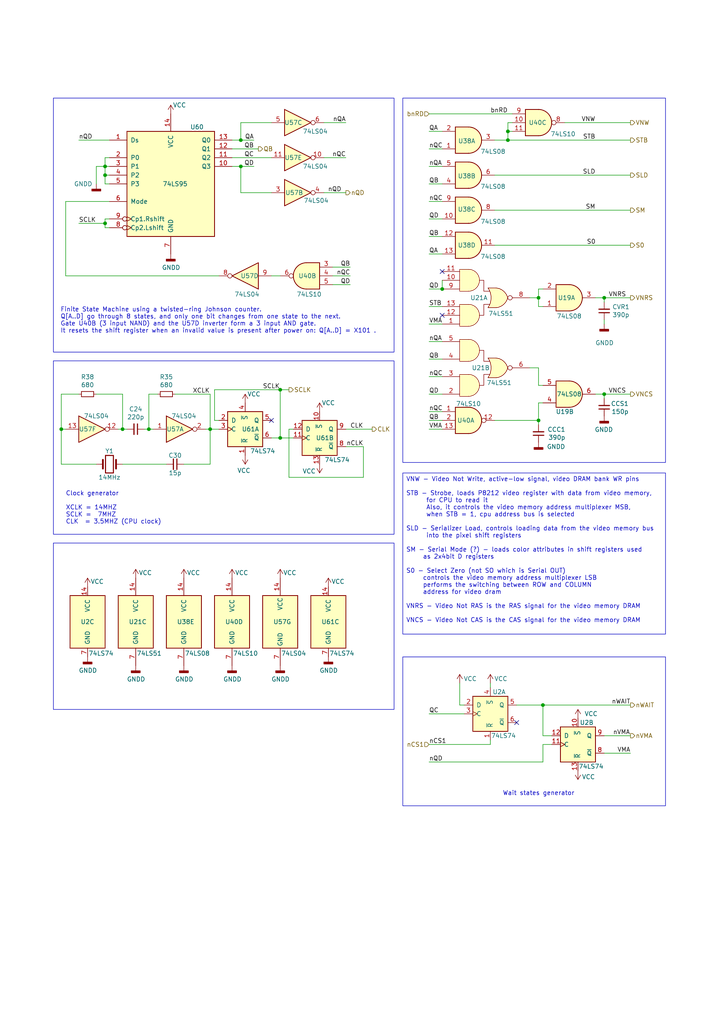
<source format=kicad_sch>
(kicad_sch (version 20230121) (generator eeschema)
  (paper "A4" portrait)
  (lib_symbols
    (symbol "74xx:74LS04"
      (property "Reference" "U" (at 0 1.27 0))
      (property "Value" "74LS04" (at 0 -1.27 0))
      (symbol "74LS04_1_0"
        (polyline (pts (xy -3.81 3.81) (xy -3.81 -3.81) (xy 3.81 0) (xy -3.81 3.81)) (stroke (width 0.254)) (fill (type background)))
        (pin input line (at -7.62 0 0) (length 3.81) (name "~") (number "1"))
        (pin output inverted (at 7.62 0 180) (length 3.81) (name "~") (number "2"))
      )
      (symbol "74LS04_2_0"
        (polyline (pts (xy -3.81 3.81) (xy -3.81 -3.81) (xy 3.81 0) (xy -3.81 3.81)) (stroke (width 0.254)) (fill (type background)))
        (pin input line (at -7.62 0 0) (length 3.81) (name "~") (number "3"))
        (pin output inverted (at 7.62 0 180) (length 3.81) (name "~") (number "4"))
      )
      (symbol "74LS04_3_0"
        (polyline (pts (xy -3.81 3.81) (xy -3.81 -3.81) (xy 3.81 0) (xy -3.81 3.81)) (stroke (width 0.254)) (fill (type background)))
        (pin input line (at -7.62 0 0) (length 3.81) (name "~") (number "5"))
        (pin output inverted (at 7.62 0 180) (length 3.81) (name "~") (number "6"))
      )
      (symbol "74LS04_4_0"
        (polyline (pts (xy -3.81 3.81) (xy -3.81 -3.81) (xy 3.81 0) (xy -3.81 3.81)) (stroke (width 0.254)) (fill (type background)))
        (pin output inverted (at 7.62 0 180) (length 3.81) (name "~") (number "8"))
        (pin input line (at -7.62 0 0) (length 3.81) (name "~") (number "9"))
      )
      (symbol "74LS04_5_0"
        (polyline (pts (xy -3.81 3.81) (xy -3.81 -3.81) (xy 3.81 0) (xy -3.81 3.81)) (stroke (width 0.254)) (fill (type background)))
        (pin output inverted (at 7.62 0 180) (length 3.81) (name "~") (number "10"))
        (pin input line (at -7.62 0 0) (length 3.81) (name "~") (number "11"))
      )
      (symbol "74LS04_6_0"
        (polyline (pts (xy -3.81 3.81) (xy -3.81 -3.81) (xy 3.81 0) (xy -3.81 3.81)) (stroke (width 0.254)) (fill (type background)))
        (pin output inverted (at 7.62 0 180) (length 3.81) (name "~") (number "12"))
        (pin input line (at -7.62 0 0) (length 3.81) (name "~") (number "13"))
      )
      (symbol "74LS04_7_0"
        (pin power_in line (at 0 12.7 270) (length 5.08) (name "VCC") (number "14"))
        (pin power_in line (at 0 -12.7 90) (length 5.08) (name "GND") (number "7"))
      )
      (symbol "74LS04_7_1"
        (rectangle (start -5.08 7.62) (end 5.08 -7.62) (stroke (width 0.254)) (fill (type background)))
      )
    )
    (symbol "74xx:74LS08" (pin_names (offset 1.016))
      (property "Reference" "U" (at 0 1.27 0))
      (property "Value" "74LS08" (at 0 -1.27 0))
      (symbol "74LS08_1_1"
        (arc (start 0 -3.81) (mid 3.7934 0) (end 0 3.81) (stroke (width 0.254)) (fill (type background)))
        (polyline (pts (xy 0 3.81) (xy -3.81 3.81) (xy -3.81 -3.81) (xy 0 -3.81)) (stroke (width 0.254)) (fill (type background)))
        (pin input line (at -7.62 2.54 0) (length 3.81) (name "~") (number "1"))
        (pin input line (at -7.62 -2.54 0) (length 3.81) (name "~") (number "2"))
        (pin output line (at 7.62 0 180) (length 3.81) (name "~") (number "3"))
      )
      (symbol "74LS08_1_2"
        (arc (start -3.81 -3.81) (mid -2.589 0) (end -3.81 3.81) (stroke (width 0.254)))
        (arc (start -0.6096 -3.81) (mid 2.1842 -2.5851) (end 3.81 0) (stroke (width 0.254)) (fill (type background)))
        (polyline (pts (xy -3.81 -3.81) (xy -0.635 -3.81)) (stroke (width 0.254)) (fill (type background)))
        (polyline (pts (xy -3.81 3.81) (xy -0.635 3.81)) (stroke (width 0.254)) (fill (type background)))
        (polyline (pts (xy -0.635 3.81) (xy -3.81 3.81) (xy -3.81 3.81) (xy -3.556 3.4036) (xy -3.0226 2.2606) (xy -2.6924 1.0414) (xy -2.6162 -0.254) (xy -2.7686 -1.4986) (xy -3.175 -2.7178) (xy -3.81 -3.81) (xy -3.81 -3.81) (xy -0.635 -3.81)) (stroke (width -25.4)) (fill (type background)))
        (arc (start 3.81 0) (mid 2.1915 2.5936) (end -0.6096 3.81) (stroke (width 0.254)) (fill (type background)))
        (pin input inverted (at -7.62 2.54 0) (length 4.318) (name "~") (number "1"))
        (pin input inverted (at -7.62 -2.54 0) (length 4.318) (name "~") (number "2"))
        (pin output inverted (at 7.62 0 180) (length 3.81) (name "~") (number "3"))
      )
      (symbol "74LS08_2_1"
        (arc (start 0 -3.81) (mid 3.7934 0) (end 0 3.81) (stroke (width 0.254)) (fill (type background)))
        (polyline (pts (xy 0 3.81) (xy -3.81 3.81) (xy -3.81 -3.81) (xy 0 -3.81)) (stroke (width 0.254)) (fill (type background)))
        (pin input line (at -7.62 2.54 0) (length 3.81) (name "~") (number "4"))
        (pin input line (at -7.62 -2.54 0) (length 3.81) (name "~") (number "5"))
        (pin output line (at 7.62 0 180) (length 3.81) (name "~") (number "6"))
      )
      (symbol "74LS08_2_2"
        (arc (start -3.81 -3.81) (mid -2.589 0) (end -3.81 3.81) (stroke (width 0.254)))
        (arc (start -0.6096 -3.81) (mid 2.1842 -2.5851) (end 3.81 0) (stroke (width 0.254)) (fill (type background)))
        (polyline (pts (xy -3.81 -3.81) (xy -0.635 -3.81)) (stroke (width 0.254)) (fill (type background)))
        (polyline (pts (xy -3.81 3.81) (xy -0.635 3.81)) (stroke (width 0.254)) (fill (type background)))
        (polyline (pts (xy -0.635 3.81) (xy -3.81 3.81) (xy -3.81 3.81) (xy -3.556 3.4036) (xy -3.0226 2.2606) (xy -2.6924 1.0414) (xy -2.6162 -0.254) (xy -2.7686 -1.4986) (xy -3.175 -2.7178) (xy -3.81 -3.81) (xy -3.81 -3.81) (xy -0.635 -3.81)) (stroke (width -25.4)) (fill (type background)))
        (arc (start 3.81 0) (mid 2.1915 2.5936) (end -0.6096 3.81) (stroke (width 0.254)) (fill (type background)))
        (pin input inverted (at -7.62 2.54 0) (length 4.318) (name "~") (number "4"))
        (pin input inverted (at -7.62 -2.54 0) (length 4.318) (name "~") (number "5"))
        (pin output inverted (at 7.62 0 180) (length 3.81) (name "~") (number "6"))
      )
      (symbol "74LS08_3_1"
        (arc (start 0 -3.81) (mid 3.7934 0) (end 0 3.81) (stroke (width 0.254)) (fill (type background)))
        (polyline (pts (xy 0 3.81) (xy -3.81 3.81) (xy -3.81 -3.81) (xy 0 -3.81)) (stroke (width 0.254)) (fill (type background)))
        (pin input line (at -7.62 -2.54 0) (length 3.81) (name "~") (number "10"))
        (pin output line (at 7.62 0 180) (length 3.81) (name "~") (number "8"))
        (pin input line (at -7.62 2.54 0) (length 3.81) (name "~") (number "9"))
      )
      (symbol "74LS08_3_2"
        (arc (start -3.81 -3.81) (mid -2.589 0) (end -3.81 3.81) (stroke (width 0.254)))
        (arc (start -0.6096 -3.81) (mid 2.1842 -2.5851) (end 3.81 0) (stroke (width 0.254)) (fill (type background)))
        (polyline (pts (xy -3.81 -3.81) (xy -0.635 -3.81)) (stroke (width 0.254)) (fill (type background)))
        (polyline (pts (xy -3.81 3.81) (xy -0.635 3.81)) (stroke (width 0.254)) (fill (type background)))
        (polyline (pts (xy -0.635 3.81) (xy -3.81 3.81) (xy -3.81 3.81) (xy -3.556 3.4036) (xy -3.0226 2.2606) (xy -2.6924 1.0414) (xy -2.6162 -0.254) (xy -2.7686 -1.4986) (xy -3.175 -2.7178) (xy -3.81 -3.81) (xy -3.81 -3.81) (xy -0.635 -3.81)) (stroke (width -25.4)) (fill (type background)))
        (arc (start 3.81 0) (mid 2.1915 2.5936) (end -0.6096 3.81) (stroke (width 0.254)) (fill (type background)))
        (pin input inverted (at -7.62 -2.54 0) (length 4.318) (name "~") (number "10"))
        (pin output inverted (at 7.62 0 180) (length 3.81) (name "~") (number "8"))
        (pin input inverted (at -7.62 2.54 0) (length 4.318) (name "~") (number "9"))
      )
      (symbol "74LS08_4_1"
        (arc (start 0 -3.81) (mid 3.7934 0) (end 0 3.81) (stroke (width 0.254)) (fill (type background)))
        (polyline (pts (xy 0 3.81) (xy -3.81 3.81) (xy -3.81 -3.81) (xy 0 -3.81)) (stroke (width 0.254)) (fill (type background)))
        (pin output line (at 7.62 0 180) (length 3.81) (name "~") (number "11"))
        (pin input line (at -7.62 2.54 0) (length 3.81) (name "~") (number "12"))
        (pin input line (at -7.62 -2.54 0) (length 3.81) (name "~") (number "13"))
      )
      (symbol "74LS08_4_2"
        (arc (start -3.81 -3.81) (mid -2.589 0) (end -3.81 3.81) (stroke (width 0.254)))
        (arc (start -0.6096 -3.81) (mid 2.1842 -2.5851) (end 3.81 0) (stroke (width 0.254)) (fill (type background)))
        (polyline (pts (xy -3.81 -3.81) (xy -0.635 -3.81)) (stroke (width 0.254)) (fill (type background)))
        (polyline (pts (xy -3.81 3.81) (xy -0.635 3.81)) (stroke (width 0.254)) (fill (type background)))
        (polyline (pts (xy -0.635 3.81) (xy -3.81 3.81) (xy -3.81 3.81) (xy -3.556 3.4036) (xy -3.0226 2.2606) (xy -2.6924 1.0414) (xy -2.6162 -0.254) (xy -2.7686 -1.4986) (xy -3.175 -2.7178) (xy -3.81 -3.81) (xy -3.81 -3.81) (xy -0.635 -3.81)) (stroke (width -25.4)) (fill (type background)))
        (arc (start 3.81 0) (mid 2.1915 2.5936) (end -0.6096 3.81) (stroke (width 0.254)) (fill (type background)))
        (pin output inverted (at 7.62 0 180) (length 3.81) (name "~") (number "11"))
        (pin input inverted (at -7.62 2.54 0) (length 4.318) (name "~") (number "12"))
        (pin input inverted (at -7.62 -2.54 0) (length 4.318) (name "~") (number "13"))
      )
      (symbol "74LS08_5_0"
        (pin power_in line (at 0 12.7 270) (length 5.08) (name "VCC") (number "14"))
        (pin power_in line (at 0 -12.7 90) (length 5.08) (name "GND") (number "7"))
      )
      (symbol "74LS08_5_1"
        (rectangle (start -5.08 7.62) (end 5.08 -7.62) (stroke (width 0.254)) (fill (type background)))
      )
    )
    (symbol "74xx:74LS10" (pin_names (offset 1.016))
      (property "Reference" "U" (at 0 1.27 0))
      (property "Value" "74LS10" (at 0 -1.27 0))
      (symbol "74LS10_1_1"
        (arc (start 0 -3.81) (mid 3.7934 0) (end 0 3.81) (stroke (width 0.254)) (fill (type background)))
        (polyline (pts (xy 0 3.81) (xy -3.81 3.81) (xy -3.81 -3.81) (xy 0 -3.81)) (stroke (width 0.254)) (fill (type background)))
        (pin input line (at -7.62 2.54 0) (length 3.81) (name "~") (number "1"))
        (pin output inverted (at 7.62 0 180) (length 3.81) (name "~") (number "12"))
        (pin input line (at -7.62 -2.54 0) (length 3.81) (name "~") (number "13"))
        (pin input line (at -7.62 0 0) (length 3.81) (name "~") (number "2"))
      )
      (symbol "74LS10_1_2"
        (arc (start -3.81 -3.81) (mid -2.589 0) (end -3.81 3.81) (stroke (width 0.254)))
        (arc (start -0.6096 -3.81) (mid 2.1842 -2.5851) (end 3.81 0) (stroke (width 0.254)) (fill (type background)))
        (polyline (pts (xy -3.81 -3.81) (xy -0.635 -3.81)) (stroke (width 0.254)) (fill (type background)))
        (polyline (pts (xy -3.81 3.81) (xy -0.635 3.81)) (stroke (width 0.254)) (fill (type background)))
        (polyline (pts (xy -0.635 3.81) (xy -3.81 3.81) (xy -3.81 3.81) (xy -3.556 3.4036) (xy -3.0226 2.2606) (xy -2.6924 1.0414) (xy -2.6162 -0.254) (xy -2.7686 -1.4986) (xy -3.175 -2.7178) (xy -3.81 -3.81) (xy -3.81 -3.81) (xy -0.635 -3.81)) (stroke (width -25.4)) (fill (type background)))
        (arc (start 3.81 0) (mid 2.1915 2.5936) (end -0.6096 3.81) (stroke (width 0.254)) (fill (type background)))
        (pin input inverted (at -7.62 2.54 0) (length 4.318) (name "~") (number "1"))
        (pin output line (at 7.62 0 180) (length 3.81) (name "~") (number "12"))
        (pin input inverted (at -7.62 -2.54 0) (length 4.318) (name "~") (number "13"))
        (pin input inverted (at -7.62 0 0) (length 4.953) (name "~") (number "2"))
      )
      (symbol "74LS10_2_1"
        (arc (start 0 -3.81) (mid 3.7934 0) (end 0 3.81) (stroke (width 0.254)) (fill (type background)))
        (polyline (pts (xy 0 3.81) (xy -3.81 3.81) (xy -3.81 -3.81) (xy 0 -3.81)) (stroke (width 0.254)) (fill (type background)))
        (pin input line (at -7.62 2.54 0) (length 3.81) (name "~") (number "3"))
        (pin input line (at -7.62 0 0) (length 3.81) (name "~") (number "4"))
        (pin input line (at -7.62 -2.54 0) (length 3.81) (name "~") (number "5"))
        (pin output inverted (at 7.62 0 180) (length 3.81) (name "~") (number "6"))
      )
      (symbol "74LS10_2_2"
        (arc (start -3.81 -3.81) (mid -2.589 0) (end -3.81 3.81) (stroke (width 0.254)))
        (arc (start -0.6096 -3.81) (mid 2.1842 -2.5851) (end 3.81 0) (stroke (width 0.254)) (fill (type background)))
        (polyline (pts (xy -3.81 -3.81) (xy -0.635 -3.81)) (stroke (width 0.254)) (fill (type background)))
        (polyline (pts (xy -3.81 3.81) (xy -0.635 3.81)) (stroke (width 0.254)) (fill (type background)))
        (polyline (pts (xy -0.635 3.81) (xy -3.81 3.81) (xy -3.81 3.81) (xy -3.556 3.4036) (xy -3.0226 2.2606) (xy -2.6924 1.0414) (xy -2.6162 -0.254) (xy -2.7686 -1.4986) (xy -3.175 -2.7178) (xy -3.81 -3.81) (xy -3.81 -3.81) (xy -0.635 -3.81)) (stroke (width -25.4)) (fill (type background)))
        (arc (start 3.81 0) (mid 2.1915 2.5936) (end -0.6096 3.81) (stroke (width 0.254)) (fill (type background)))
        (pin input inverted (at -7.62 2.54 0) (length 4.318) (name "~") (number "3"))
        (pin input inverted (at -7.62 0 0) (length 4.953) (name "~") (number "4"))
        (pin input inverted (at -7.62 -2.54 0) (length 4.318) (name "~") (number "5"))
        (pin output line (at 7.62 0 180) (length 3.81) (name "~") (number "6"))
      )
      (symbol "74LS10_3_1"
        (arc (start 0 -3.81) (mid 3.7934 0) (end 0 3.81) (stroke (width 0.254)) (fill (type background)))
        (polyline (pts (xy 0 3.81) (xy -3.81 3.81) (xy -3.81 -3.81) (xy 0 -3.81)) (stroke (width 0.254)) (fill (type background)))
        (pin input line (at -7.62 0 0) (length 3.81) (name "~") (number "10"))
        (pin input line (at -7.62 -2.54 0) (length 3.81) (name "~") (number "11"))
        (pin output inverted (at 7.62 0 180) (length 3.81) (name "~") (number "8"))
        (pin input line (at -7.62 2.54 0) (length 3.81) (name "~") (number "9"))
      )
      (symbol "74LS10_3_2"
        (arc (start -3.81 -3.81) (mid -2.589 0) (end -3.81 3.81) (stroke (width 0.254)))
        (arc (start -0.6096 -3.81) (mid 2.1842 -2.5851) (end 3.81 0) (stroke (width 0.254)) (fill (type background)))
        (polyline (pts (xy -3.81 -3.81) (xy -0.635 -3.81)) (stroke (width 0.254)) (fill (type background)))
        (polyline (pts (xy -3.81 3.81) (xy -0.635 3.81)) (stroke (width 0.254)) (fill (type background)))
        (polyline (pts (xy -0.635 3.81) (xy -3.81 3.81) (xy -3.81 3.81) (xy -3.556 3.4036) (xy -3.0226 2.2606) (xy -2.6924 1.0414) (xy -2.6162 -0.254) (xy -2.7686 -1.4986) (xy -3.175 -2.7178) (xy -3.81 -3.81) (xy -3.81 -3.81) (xy -0.635 -3.81)) (stroke (width -25.4)) (fill (type background)))
        (arc (start 3.81 0) (mid 2.1915 2.5936) (end -0.6096 3.81) (stroke (width 0.254)) (fill (type background)))
        (pin input inverted (at -7.62 0 0) (length 4.953) (name "~") (number "10"))
        (pin input inverted (at -7.62 -2.54 0) (length 4.318) (name "~") (number "11"))
        (pin output line (at 7.62 0 180) (length 3.81) (name "~") (number "8"))
        (pin input inverted (at -7.62 2.54 0) (length 4.318) (name "~") (number "9"))
      )
      (symbol "74LS10_4_0"
        (pin power_in line (at 0 12.7 270) (length 5.08) (name "VCC") (number "14"))
        (pin power_in line (at 0 -12.7 90) (length 5.08) (name "GND") (number "7"))
      )
      (symbol "74LS10_4_1"
        (rectangle (start -5.08 7.62) (end 5.08 -7.62) (stroke (width 0.254)) (fill (type background)))
      )
    )
    (symbol "74xx:74LS51" (pin_names (offset 1.016))
      (property "Reference" "U" (at -7.62 10.16 0))
      (property "Value" "74LS51" (at -7.62 -10.16 0))
      (symbol "74LS51_1_0"
        (arc (start -5.08 -8.255) (mid -1.9188 -5.08) (end -5.08 -1.905) (fill (type background)))
        (arc (start -5.08 1.905) (mid -1.9188 5.08) (end -5.08 8.255) (fill (type background)))
        (polyline (pts (xy -5.08 -1.905) (xy -7.62 -1.905) (xy -7.62 -8.255) (xy -5.08 -8.255)) (fill (type background)))
        (polyline (pts (xy -5.08 1.905) (xy -7.62 1.905) (xy -7.62 8.255) (xy -5.08 8.255)) (fill (type background)))
        (polyline (pts (xy -1.905 -5.08) (xy -0.635 -5.08) (xy -0.635 -1.905) (xy 1.016 -1.905)))
        (polyline (pts (xy -1.905 5.08) (xy -0.635 5.08) (xy -0.635 1.905) (xy 1.016 1.905)))
        (polyline (pts (xy 2.9718 2.8702) (xy 0.5842 2.8702) (xy 0.5842 2.8448) (xy 0.635 2.7432) (xy 0.7112 2.6416) (xy 0.762 2.54) (xy 0.8382 2.4384) (xy 0.889 2.3114) (xy 0.9652 2.2098) (xy 1.016 2.0828) (xy 1.0668 1.9812) (xy 1.1176 1.8542) (xy 1.1684 1.7526) (xy 1.2192 1.6256) (xy 1.2446 1.4986) (xy 1.2954 1.3716) (xy 1.3208 1.27) (xy 1.3462 1.143) (xy 1.3716 1.016) (xy 1.397 0.889) (xy 1.4224 0.762) (xy 1.4478 0.635) (xy 1.4478 0.508) (xy 1.4732 0.381) (xy 1.4732 0.254) (xy 1.4732 0.127) (xy 1.4732 0) (xy 1.4732 -0.127) (xy 1.4732 -0.254) (xy 1.4732 -0.381) (xy 1.4732 -0.508) (xy 1.4478 -0.635) (xy 1.4224 -0.762) (xy 1.397 -0.889) (xy 1.397 -1.016) (xy 1.3462 -1.143) (xy 1.3208 -1.2446) (xy 1.2954 -1.3716) (xy 1.2446 -1.4986) (xy 1.2192 -1.6256) (xy 1.1684 -1.7272) (xy 1.1176 -1.8542) (xy 1.0668 -1.9812) (xy 1.016 -2.0828) (xy 0.9652 -2.2098) (xy 0.9144 -2.3114) (xy 0.8636 -2.4384) (xy 0.7874 -2.54) (xy 0.7112 -2.6416) (xy 0.6604 -2.7432) (xy 0.5842 -2.8448) (xy 0.5842 -2.8448) (xy 2.9718 -2.8448)) (stroke (width 0.1778)) (fill (type background)))
        (arc (start 2.9718 -2.8448) (mid 5.0811 -1.9407) (end 6.2992 0) (stroke (width 0.1778)) (fill (type background)))
        (arc (start 6.2992 0) (mid 5.0781 1.9435) (end 2.9718 2.8702) (stroke (width 0.1778)) (fill (type background)))
        (circle (center 6.985 0) (radius 0.635))
        (pin input line (at -12.7 7.62 0) (length 5.08) (name "~") (number "1"))
        (pin input line (at -12.7 -5.08 0) (length 5.08) (name "~") (number "10"))
        (pin input line (at -12.7 -7.62 0) (length 5.08) (name "~") (number "11"))
        (pin input line (at -12.7 5.08 0) (length 5.08) (name "~") (number "12"))
        (pin input line (at -12.7 2.54 0) (length 5.08) (name "~") (number "13"))
        (pin output line (at 12.7 0 180) (length 5.08) (name "~") (number "8"))
        (pin input line (at -12.7 -2.54 0) (length 5.08) (name "~") (number "9"))
      )
      (symbol "74LS51_2_0"
        (arc (start -5.08 -8.255) (mid -1.9188 -5.08) (end -5.08 -1.905) (fill (type background)))
        (arc (start -5.08 1.905) (mid -1.9188 5.08) (end -5.08 8.255) (fill (type background)))
        (polyline (pts (xy -5.08 -1.905) (xy -7.62 -1.905) (xy -7.62 -8.255) (xy -5.08 -8.255)) (fill (type background)))
        (polyline (pts (xy -5.08 1.905) (xy -7.62 1.905) (xy -7.62 8.255) (xy -5.08 8.255)) (fill (type background)))
        (polyline (pts (xy -1.905 -5.08) (xy -0.635 -5.08) (xy -0.635 -1.905) (xy 1.016 -1.905)))
        (polyline (pts (xy -1.905 5.08) (xy -0.635 5.08) (xy -0.635 1.905) (xy 1.016 1.905)))
        (polyline (pts (xy 2.9718 2.8702) (xy 0.5842 2.8702) (xy 0.5842 2.8448) (xy 0.635 2.7432) (xy 0.7112 2.6416) (xy 0.762 2.54) (xy 0.8382 2.4384) (xy 0.889 2.3114) (xy 0.9652 2.2098) (xy 1.016 2.0828) (xy 1.0668 1.9812) (xy 1.1176 1.8542) (xy 1.1684 1.7526) (xy 1.2192 1.6256) (xy 1.2446 1.4986) (xy 1.2954 1.3716) (xy 1.3208 1.27) (xy 1.3462 1.143) (xy 1.3716 1.016) (xy 1.397 0.889) (xy 1.4224 0.762) (xy 1.4478 0.635) (xy 1.4478 0.508) (xy 1.4732 0.381) (xy 1.4732 0.254) (xy 1.4732 0.127) (xy 1.4732 0) (xy 1.4732 -0.127) (xy 1.4732 -0.254) (xy 1.4732 -0.381) (xy 1.4732 -0.508) (xy 1.4478 -0.635) (xy 1.4224 -0.762) (xy 1.397 -0.889) (xy 1.397 -1.016) (xy 1.3462 -1.143) (xy 1.3208 -1.2446) (xy 1.2954 -1.3716) (xy 1.2446 -1.4986) (xy 1.2192 -1.6256) (xy 1.1684 -1.7272) (xy 1.1176 -1.8542) (xy 1.0668 -1.9812) (xy 1.016 -2.0828) (xy 0.9652 -2.2098) (xy 0.9144 -2.3114) (xy 0.8636 -2.4384) (xy 0.7874 -2.54) (xy 0.7112 -2.6416) (xy 0.6604 -2.7432) (xy 0.5842 -2.8448) (xy 0.5842 -2.8448) (xy 2.9718 -2.8448)) (stroke (width 0.1778)) (fill (type background)))
        (arc (start 2.9718 -2.8448) (mid 5.0811 -1.9407) (end 6.2992 0) (stroke (width 0.1778)) (fill (type background)))
        (arc (start 6.2992 0) (mid 5.0781 1.9435) (end 2.9718 2.8702) (stroke (width 0.1778)) (fill (type background)))
        (circle (center 6.985 0) (radius 0.635))
        (pin input line (at -12.7 7.62 0) (length 5.08) (name "~") (number "2"))
        (pin input line (at -12.7 2.54 0) (length 5.08) (name "~") (number "3"))
        (pin input line (at -12.7 -2.54 0) (length 5.08) (name "~") (number "4"))
        (pin input line (at -12.7 -7.62 0) (length 5.08) (name "~") (number "5"))
        (pin output line (at 12.7 0 180) (length 5.08) (name "~") (number "6"))
      )
      (symbol "74LS51_3_0"
        (pin power_in line (at 0 12.7 270) (length 5.08) (name "VCC") (number "14"))
        (pin power_in line (at 0 -12.7 90) (length 5.08) (name "GND") (number "7"))
      )
      (symbol "74LS51_3_1"
        (rectangle (start -5.08 7.62) (end 5.08 -7.62) (stroke (width 0.254)) (fill (type background)))
      )
    )
    (symbol "74xx:74LS74" (pin_names (offset 1.016))
      (property "Reference" "U" (at -7.62 8.89 0))
      (property "Value" "74LS74" (at -7.62 -8.89 0))
      (symbol "74LS74_1_0"
        (pin input line (at 0 -7.62 90) (length 2.54) (name "~{R}") (number "1"))
        (pin input line (at -7.62 2.54 0) (length 2.54) (name "D") (number "2"))
        (pin input clock (at -7.62 0 0) (length 2.54) (name "C") (number "3"))
        (pin input line (at 0 7.62 270) (length 2.54) (name "~{S}") (number "4"))
        (pin output line (at 7.62 2.54 180) (length 2.54) (name "Q") (number "5"))
        (pin output line (at 7.62 -2.54 180) (length 2.54) (name "~{Q}") (number "6"))
      )
      (symbol "74LS74_1_1"
        (rectangle (start -5.08 5.08) (end 5.08 -5.08) (stroke (width 0.254)) (fill (type background)))
      )
      (symbol "74LS74_2_0"
        (pin input line (at 0 7.62 270) (length 2.54) (name "~{S}") (number "10"))
        (pin input clock (at -7.62 0 0) (length 2.54) (name "C") (number "11"))
        (pin input line (at -7.62 2.54 0) (length 2.54) (name "D") (number "12"))
        (pin input line (at 0 -7.62 90) (length 2.54) (name "~{R}") (number "13"))
        (pin output line (at 7.62 -2.54 180) (length 2.54) (name "~{Q}") (number "8"))
        (pin output line (at 7.62 2.54 180) (length 2.54) (name "Q") (number "9"))
      )
      (symbol "74LS74_2_1"
        (rectangle (start -5.08 5.08) (end 5.08 -5.08) (stroke (width 0.254)) (fill (type background)))
      )
      (symbol "74LS74_3_0"
        (pin power_in line (at 0 10.16 270) (length 2.54) (name "VCC") (number "14"))
        (pin power_in line (at 0 -10.16 90) (length 2.54) (name "GND") (number "7"))
      )
      (symbol "74LS74_3_1"
        (rectangle (start -5.08 7.62) (end 5.08 -7.62) (stroke (width 0.254)) (fill (type background)))
      )
    )
    (symbol "74xx:74LS95" (pin_names (offset 1.016))
      (property "Reference" "U" (at -7.62 16.51 0))
      (property "Value" "74LS95" (at -7.62 -16.51 0))
      (symbol "74LS95_1_0"
        (pin input line (at -17.78 12.7 0) (length 5.08) (name "Ds") (number "1"))
        (pin output line (at 17.78 5.08 180) (length 5.08) (name "Q3") (number "10"))
        (pin output line (at 17.78 7.62 180) (length 5.08) (name "Q2") (number "11"))
        (pin output line (at 17.78 10.16 180) (length 5.08) (name "Q1") (number "12"))
        (pin output line (at 17.78 12.7 180) (length 5.08) (name "Q0") (number "13"))
        (pin power_in line (at 0 20.32 270) (length 5.08) (name "VCC") (number "14"))
        (pin input line (at -17.78 7.62 0) (length 5.08) (name "P0") (number "2"))
        (pin input line (at -17.78 5.08 0) (length 5.08) (name "P1") (number "3"))
        (pin input line (at -17.78 2.54 0) (length 5.08) (name "P2") (number "4"))
        (pin input line (at -17.78 0 0) (length 5.08) (name "P3") (number "5"))
        (pin input line (at -17.78 -5.08 0) (length 5.08) (name "Mode") (number "6"))
        (pin power_in line (at 0 -20.32 90) (length 5.08) (name "GND") (number "7"))
        (pin input inverted_clock (at -17.78 -12.7 0) (length 5.08) (name "Cp2.Lshift") (number "8"))
        (pin input inverted_clock (at -17.78 -10.16 0) (length 5.08) (name "Cp1.Rshift") (number "9"))
      )
      (symbol "74LS95_1_1"
        (rectangle (start -12.7 15.24) (end 12.7 -15.24) (stroke (width 0.254)) (fill (type background)))
      )
    )
    (symbol "Device:C_Small" (pin_numbers hide) (pin_names (offset 0.254) hide)
      (property "Reference" "C" (at 0.254 1.778 0))
      (property "Value" "C_Small" (at 0.254 -2.032 0))
      (symbol "C_Small_0_1"
        (polyline (pts (xy -1.524 -0.508) (xy 1.524 -0.508)) (stroke (width 0.3302)))
        (polyline (pts (xy -1.524 0.508) (xy 1.524 0.508)) (stroke (width 0.3048)))
      )
      (symbol "C_Small_1_1"
        (pin passive line (at 0 2.54 270) (length 2.032) (name "~") (number "1"))
        (pin passive line (at 0 -2.54 90) (length 2.032) (name "~") (number "2"))
      )
    )
    (symbol "Device:Crystal" (pin_numbers hide) (pin_names (offset 1.016) hide)
      (property "Reference" "Y" (at 0 3.81 0))
      (property "Value" "Crystal" (at 0 -3.81 0))
      (symbol "Crystal_0_1"
        (rectangle (start -1.143 2.54) (end 1.143 -2.54) (stroke (width 0.3048)))
        (polyline (pts (xy -2.54 0) (xy -1.905 0)))
        (polyline (pts (xy -1.905 -1.27) (xy -1.905 1.27)) (stroke (width 0.508)))
        (polyline (pts (xy 1.905 -1.27) (xy 1.905 1.27)) (stroke (width 0.508)))
        (polyline (pts (xy 2.54 0) (xy 1.905 0)))
      )
      (symbol "Crystal_1_1"
        (pin passive line (at -3.81 0 0) (length 1.27) (name "1") (number "1"))
        (pin passive line (at 3.81 0 180) (length 1.27) (name "2") (number "2"))
      )
    )
    (symbol "Device:R_Small" (pin_numbers hide) (pin_names (offset 0.254) hide)
      (property "Reference" "R" (at 0.762 0.508 0))
      (property "Value" "R_Small" (at 0.762 -1.016 0))
      (symbol "R_Small_0_1"
        (rectangle (start -0.762 1.778) (end 0.762 -1.778) (stroke (width 0.2032)))
      )
      (symbol "R_Small_1_1"
        (pin passive line (at 0 2.54 270) (length 0.762) (name "~") (number "1"))
        (pin passive line (at 0 -2.54 90) (length 0.762) (name "~") (number "2"))
      )
    )
    (symbol "power:GNDD" (power) (pin_names (offset 0))
      (property "Value" "GNDD" (at 0 -3.175 0))
      (symbol "GNDD_0_1"
        (rectangle (start -1.27 -1.524) (end 1.27 -2.032) (stroke (width 0.254)) (fill (type outline)))
        (polyline (pts (xy 0 0) (xy 0 -1.524)))
      )
      (symbol "GNDD_1_1"
        (pin power_in line (at 0 0 270) (length 0) hide (name "GNDD") (number "1"))
      )
    )
    (symbol "power:VCC" (power) (pin_names (offset 0))
      (property "Value" "VCC" (at 0 3.81 0))
      (symbol "VCC_0_1"
        (polyline (pts (xy -0.762 1.27) (xy 0 2.54)))
        (polyline (pts (xy 0 0) (xy 0 2.54)))
        (polyline (pts (xy 0 2.54) (xy 0.762 1.27)))
      )
      (symbol "VCC_1_1"
        (pin power_in line (at 0 0 90) (length 0) hide (name "VCC") (number "1"))
      )
    )
  )
  (junction (at 175.26 86.36))
  (junction (at 147.32 40.64))
  (junction (at 157.48 204.47))
  (junction (at 128.27 83.82))
  (junction (at 30.48 50.8))
  (junction (at 35.56 124.46))
  (junction (at 69.85 48.26))
  (junction (at 69.85 40.64))
  (junction (at 30.48 48.26))
  (junction (at 81.28 127))
  (junction (at 43.18 124.46))
  (junction (at 156.21 86.36))
  (junction (at 147.32 38.1))
  (junction (at 156.21 121.92))
  (junction (at 81.28 113.03))
  (junction (at 17.78 124.46))
  (junction (at 30.48 64.77))
  (junction (at 175.26 114.3))
  (junction (at 60.96 124.46))
  (no_connect (at 149.86 209.55))
  (no_connect (at 128.27 91.44))
  (no_connect (at 128.27 78.74))
  (no_connect (at 78.74 121.92))
  (wire (pts (xy 124.46 48.26) (xy 128.27 48.26)))
  (wire (pts (xy 156.21 116.84) (xy 156.21 121.92)))
  (wire (pts (xy 124.46 124.46) (xy 128.27 124.46)))
  (wire (pts (xy 19.05 58.42) (xy 31.75 58.42)))
  (wire (pts (xy 31.75 48.26) (xy 30.48 48.26)))
  (wire (pts (xy 147.32 40.64) (xy 182.88 40.64)))
  (wire (pts (xy 175.26 86.36) (xy 175.26 87.63)))
  (wire (pts (xy 175.26 213.36) (xy 182.88 213.36)))
  (wire (pts (xy 124.46 43.18) (xy 128.27 43.18)))
  (wire (pts (xy 30.48 53.34) (xy 30.48 50.8)))
  (wire (pts (xy 30.48 45.72) (xy 30.48 48.26)))
  (wire (pts (xy 156.21 88.9) (xy 156.21 86.36)))
  (wire (pts (xy 30.48 66.04) (xy 31.75 66.04)))
  (wire (pts (xy 69.85 48.26) (xy 73.66 48.26)))
  (wire (pts (xy 156.21 111.76) (xy 156.21 106.68)))
  (wire (pts (xy 128.27 81.28) (xy 128.27 83.82)))
  (wire (pts (xy 157.48 83.82) (xy 156.21 83.82)))
  (wire (pts (xy 147.32 35.56) (xy 147.32 38.1)))
  (wire (pts (xy 124.46 207.01) (xy 134.62 207.01)))
  (wire (pts (xy 175.26 114.3) (xy 175.26 115.57)))
  (wire (pts (xy 156.21 106.68) (xy 153.67 106.68)))
  (wire (pts (xy 163.83 35.56) (xy 182.88 35.56)))
  (wire (pts (xy 124.46 114.3) (xy 128.27 114.3)))
  (wire (pts (xy 69.85 40.64) (xy 73.66 40.64)))
  (wire (pts (xy 30.48 45.72) (xy 31.75 45.72)))
  (wire (pts (xy 147.32 38.1) (xy 147.32 40.64)))
  (wire (pts (xy 67.31 43.18) (xy 74.93 43.18)))
  (wire (pts (xy 124.46 121.92) (xy 128.27 121.92)))
  (wire (pts (xy 124.46 58.42) (xy 128.27 58.42)))
  (wire (pts (xy 143.51 40.64) (xy 147.32 40.64)))
  (wire (pts (xy 157.48 220.98) (xy 124.46 220.98)))
  (wire (pts (xy 124.46 83.82) (xy 128.27 83.82)))
  (wire (pts (xy 78.74 80.01) (xy 81.28 80.01)))
  (wire (pts (xy 27.94 48.26) (xy 27.94 53.34)))
  (wire (pts (xy 96.52 77.47) (xy 101.6 77.47)))
  (wire (pts (xy 17.78 124.46) (xy 17.78 134.62)))
  (wire (pts (xy 143.51 121.92) (xy 156.21 121.92)))
  (wire (pts (xy 175.26 92.71) (xy 175.26 93.98)))
  (wire (pts (xy 81.28 127) (xy 78.74 127)))
  (wire (pts (xy 175.26 86.36) (xy 182.88 86.36)))
  (wire (pts (xy 124.46 68.58) (xy 128.27 68.58)))
  (wire (pts (xy 124.46 104.14) (xy 128.27 104.14)))
  (wire (pts (xy 157.48 215.9) (xy 160.02 215.9)))
  (wire (pts (xy 60.96 114.3) (xy 60.96 124.46)))
  (wire (pts (xy 133.35 204.47) (xy 133.35 198.12)))
  (wire (pts (xy 69.85 55.88) (xy 78.74 55.88)))
  (wire (pts (xy 53.34 134.62) (xy 60.96 134.62)))
  (wire (pts (xy 30.48 48.26) (xy 27.94 48.26)))
  (wire (pts (xy 128.27 88.9) (xy 124.46 88.9)))
  (wire (pts (xy 156.21 86.36) (xy 156.21 83.82)))
  (wire (pts (xy 17.78 124.46) (xy 17.78 114.3)))
  (wire (pts (xy 175.26 218.44) (xy 182.88 218.44)))
  (wire (pts (xy 17.78 134.62) (xy 27.94 134.62)))
  (wire (pts (xy 85.09 124.46) (xy 83.82 124.46)))
  (wire (pts (xy 157.48 204.47) (xy 157.48 213.36)))
  (wire (pts (xy 62.23 113.03) (xy 81.28 113.03)))
  (wire (pts (xy 148.59 35.56) (xy 147.32 35.56)))
  (wire (pts (xy 93.98 55.88) (xy 100.33 55.88)))
  (wire (pts (xy 43.18 124.46) (xy 44.45 124.46)))
  (wire (pts (xy 100.33 124.46) (xy 107.95 124.46)))
  (wire (pts (xy 62.23 121.92) (xy 62.23 113.03)))
  (wire (pts (xy 172.72 114.3) (xy 175.26 114.3)))
  (wire (pts (xy 31.75 53.34) (xy 30.48 53.34)))
  (wire (pts (xy 124.46 93.98) (xy 128.27 93.98)))
  (wire (pts (xy 149.86 204.47) (xy 157.48 204.47)))
  (wire (pts (xy 67.31 45.72) (xy 78.74 45.72)))
  (wire (pts (xy 142.24 198.12) (xy 142.24 199.39)))
  (wire (pts (xy 124.46 99.06) (xy 128.27 99.06)))
  (wire (pts (xy 43.18 124.46) (xy 43.18 114.3)))
  (wire (pts (xy 30.48 64.77) (xy 22.86 64.77)))
  (wire (pts (xy 30.48 63.5) (xy 30.48 64.77)))
  (wire (pts (xy 153.67 86.36) (xy 156.21 86.36)))
  (wire (pts (xy 147.32 38.1) (xy 148.59 38.1)))
  (wire (pts (xy 157.48 111.76) (xy 156.21 111.76)))
  (wire (pts (xy 143.51 50.8) (xy 182.88 50.8)))
  (wire (pts (xy 34.29 124.46) (xy 35.56 124.46)))
  (wire (pts (xy 157.48 116.84) (xy 156.21 116.84)))
  (wire (pts (xy 124.46 215.9) (xy 142.24 215.9)))
  (wire (pts (xy 35.56 124.46) (xy 36.83 124.46)))
  (wire (pts (xy 124.46 63.5) (xy 128.27 63.5)))
  (wire (pts (xy 69.85 40.64) (xy 69.85 35.56)))
  (wire (pts (xy 134.62 204.47) (xy 133.35 204.47)))
  (wire (pts (xy 67.31 48.26) (xy 69.85 48.26)))
  (wire (pts (xy 63.5 121.92) (xy 62.23 121.92)))
  (wire (pts (xy 143.51 71.12) (xy 182.88 71.12)))
  (wire (pts (xy 19.05 80.01) (xy 19.05 58.42)))
  (wire (pts (xy 157.48 213.36) (xy 160.02 213.36)))
  (wire (pts (xy 19.05 124.46) (xy 17.78 124.46)))
  (wire (pts (xy 30.48 64.77) (xy 30.48 66.04)))
  (wire (pts (xy 172.72 86.36) (xy 175.26 86.36)))
  (wire (pts (xy 60.96 134.62) (xy 60.96 124.46)))
  (wire (pts (xy 43.18 114.3) (xy 45.72 114.3)))
  (wire (pts (xy 27.94 114.3) (xy 35.56 114.3)))
  (wire (pts (xy 41.91 124.46) (xy 43.18 124.46)))
  (wire (pts (xy 93.98 35.56) (xy 100.33 35.56)))
  (wire (pts (xy 143.51 60.96) (xy 182.88 60.96)))
  (wire (pts (xy 35.56 114.3) (xy 35.56 124.46)))
  (wire (pts (xy 35.56 134.62) (xy 48.26 134.62)))
  (wire (pts (xy 60.96 124.46) (xy 59.69 124.46)))
  (wire (pts (xy 81.28 113.03) (xy 83.82 113.03)))
  (wire (pts (xy 50.8 114.3) (xy 60.96 114.3)))
  (wire (pts (xy 157.48 204.47) (xy 182.88 204.47)))
  (wire (pts (xy 93.98 45.72) (xy 100.33 45.72)))
  (wire (pts (xy 175.26 114.3) (xy 182.88 114.3)))
  (wire (pts (xy 105.41 138.43) (xy 105.41 129.54)))
  (wire (pts (xy 31.75 50.8) (xy 30.48 50.8)))
  (wire (pts (xy 124.46 119.38) (xy 128.27 119.38)))
  (wire (pts (xy 96.52 82.55) (xy 101.6 82.55)))
  (wire (pts (xy 69.85 48.26) (xy 69.85 55.88)))
  (wire (pts (xy 30.48 50.8) (xy 30.48 48.26)))
  (wire (pts (xy 69.85 35.56) (xy 78.74 35.56)))
  (wire (pts (xy 156.21 121.92) (xy 156.21 123.19)))
  (wire (pts (xy 142.24 214.63) (xy 142.24 215.9)))
  (wire (pts (xy 67.31 40.64) (xy 69.85 40.64)))
  (wire (pts (xy 81.28 127) (xy 85.09 127)))
  (wire (pts (xy 96.52 80.01) (xy 101.6 80.01)))
  (wire (pts (xy 19.05 80.01) (xy 63.5 80.01)))
  (wire (pts (xy 124.46 38.1) (xy 128.27 38.1)))
  (wire (pts (xy 83.82 138.43) (xy 105.41 138.43)))
  (wire (pts (xy 124.46 109.22) (xy 128.27 109.22)))
  (wire (pts (xy 83.82 124.46) (xy 83.82 138.43)))
  (wire (pts (xy 31.75 63.5) (xy 30.48 63.5)))
  (wire (pts (xy 124.46 53.34) (xy 128.27 53.34)))
  (wire (pts (xy 157.48 215.9) (xy 157.48 220.98)))
  (wire (pts (xy 81.28 113.03) (xy 81.28 127)))
  (wire (pts (xy 156.21 88.9) (xy 157.48 88.9)))
  (wire (pts (xy 60.96 124.46) (xy 63.5 124.46)))
  (wire (pts (xy 17.78 114.3) (xy 22.86 114.3)))
  (wire (pts (xy 124.46 33.02) (xy 148.59 33.02)))
  (wire (pts (xy 124.46 73.66) (xy 128.27 73.66)))
  (wire (pts (xy 105.41 129.54) (xy 100.33 129.54)))
  (wire (pts (xy 22.86 40.64) (xy 31.75 40.64)))
  (rectangle (start 15.494 157.48) (end 114.3 205.74))
  (rectangle (start 116.84 28.448) (end 193.04 134.112))
  (rectangle (start 116.84 190.5) (end 193.04 233.68))
  (rectangle (start 15.494 104.648) (end 114.3 154.94))
  (rectangle (start 15.494 28.448) (end 114.3 102.108))
  (text_box "VNW - Video Not Write, active-low signal, video DRAM bank WR pins \n\nSTB - Strobe, loads P8212 video register with data from video memory, \n      for CPU to read it\n      Also, it controls the video memory address multiplexer MSB, \n      when STB = 1, cpu address bus is selected\n\nSLD - Serializer Load, controls loading data from the video memory bus\n      into the pixel shift registers\n\nSM - Serial Mode (?) - loads color attributes in shift registers used \n     as 2x4bit D registers\n\nS0 - Select Zero (not SO which is Serial OUT) \n     controls the video memory address multiplexer LSB\n     performs the switching between ROW and COLUMN \n     address for video dram\n\nVNRS - Video Not RAS is the RAS signal for the video memory DRAM\n\nVNCS - Video Not CAS is the CAS signal for the video memory DRAM" (at 116.84 137.16 0) (size 76.2 46.736) (effects (font (size 1.27 1.27)) (justify left top)))
  (text "Wait states generator" (at 145.796 230.886 0) (effects (font (size 1.27 1.27)) (justify left bottom)))
  (text "Clock generator\n\nXCLK = 14MHZ\nSCLK =  7MHZ\nCLK  = 3.5MHZ (CPU clock)" (at 19.05 152.146 0) (effects (font (size 1.27 1.27)) (justify left bottom)))
  (text "Finite State Machine using a twisted-ring Johnson counter.\nQ[A..D] go through 8 states, and only one bit changes from one state to the next.\nGate U40B (3 input NAND) and the U57D inverter form a 3 input AND gate.\nIt resets the shift register when an invalid value is present after power on: Q[A..D] = X101 ." (at 17.526 96.774 0) (effects (font (size 1.27 1.27)) (justify left bottom)))
  (label "SLD" (at 172.72 50.8 180))
  (label "QB" (at 124.46 68.58 0))
  (label "nQC" (at 124.46 58.42 0))
  (label "S0" (at 170.18 71.12 0))
  (label "nQD" (at 22.86 40.64 0))
  (label "SCLK" (at 76.2 113.03 0))
  (label "SCLK" (at 22.86 64.77 0))
  (label "nQC" (at 124.46 43.18 0))
  (label "VMA" (at 124.46 93.98 0))
  (label "QA" (at 124.46 73.66 0))
  (label "QD" (at 101.6 82.55 180))
  (label "nQC" (at 124.46 119.38 0))
  (label "nQA" (at 124.46 99.06 0))
  (label "VNW" (at 172.72 35.56 180))
  (label "QB" (at 101.6 77.47 180))
  (label "QB" (at 124.46 104.14 0))
  (label "QB" (at 73.66 43.18 180))
  (label "nCLK" (at 105.41 129.54 180))
  (label "QC" (at 124.46 207.01 0))
  (label "nCS1" (at 124.46 215.9 0))
  (label "XCLK" (at 55.88 114.3 0))
  (label "VNRS" (at 176.53 86.36 0))
  (label "CLK" (at 101.6 124.46 0))
  (label "STB" (at 124.46 88.9 0))
  (label "SM" (at 172.72 60.96 180))
  (label "nVMA" (at 177.8 213.36 0))
  (label "QA" (at 124.46 38.1 0))
  (label "STB" (at 172.72 40.64 180))
  (label "nQC" (at 124.46 109.22 0))
  (label "QA" (at 73.66 40.64 180))
  (label "VMA" (at 182.88 218.44 180))
  (label "QD" (at 73.66 48.26 180))
  (label "nQC" (at 100.33 45.72 180))
  (label "QB" (at 124.46 121.92 0))
  (label "QD" (at 124.46 63.5 0))
  (label "VNCS" (at 181.61 114.3 180))
  (label "nQA" (at 124.46 48.26 0))
  (label "nQC" (at 101.6 80.01 180))
  (label "QD" (at 124.46 83.82 0))
  (label "nQD" (at 124.46 220.98 0))
  (label "QB" (at 124.46 53.34 0))
  (label "nWAIT" (at 182.88 204.47 180))
  (label "VMA" (at 124.46 124.46 0))
  (label "nQA" (at 100.33 35.56 180))
  (label "QD" (at 124.46 114.3 0))
  (label "nQD" (at 99.06 55.88 180))
  (label "QC" (at 73.66 45.72 180))
  (label "bnRD" (at 142.24 33.02 0))
  (hierarchical_label "nQD" (shape output) (at 100.33 55.88 0))
  (hierarchical_label "CLK" (shape output) (at 107.95 124.46 0))
  (hierarchical_label "QB" (shape output) (at 74.93 43.18 0))
  (hierarchical_label "VNRS" (shape output) (at 182.88 86.36 0))
  (hierarchical_label "nCS1" (shape input) (at 124.46 215.9 180))
  (hierarchical_label "SM" (shape output) (at 182.88 60.96 0))
  (hierarchical_label "VNW" (shape output) (at 182.88 35.56 0))
  (hierarchical_label "bnRD" (shape input) (at 124.46 33.02 180))
  (hierarchical_label "S0" (shape output) (at 182.88 71.12 0))
  (hierarchical_label "STB" (shape output) (at 182.88 40.64 0))
  (hierarchical_label "nVMA" (shape output) (at 182.88 213.36 0))
  (hierarchical_label "SCLK" (shape output) (at 83.82 113.03 0))
  (hierarchical_label "SLD" (shape output) (at 182.88 50.8 0))
  (hierarchical_label "nWAIT" (shape output) (at 182.88 204.47 0))
  (hierarchical_label "VNCS" (shape output) (at 182.88 114.3 0))
  (symbol (lib_id "74xx:74LS04") (at 26.67 124.46 0) (unit 6)
    (property "Reference" "U57" (at 25.4 124.46 0))
    (property "Value" "74LS04" (at 27.94 120.65 0))
    (property "Footprint" "Cobra_original:DIP-14_W7.62mm" (effects hide))
    (property "Datasheet" "http://www.ti.com/lit/gpn/sn74LS04" (effects hide))
  )
  (symbol (lib_id "74xx:74LS04") (at 52.07 124.46 0) (unit 1)
    (property "Reference" "U57" (at 50.8 124.46 0))
    (property "Value" "74LS04" (at 53.34 120.65 0))
    (property "Footprint" "Cobra_original:DIP-14_W7.62mm" (effects hide))
    (property "Datasheet" "http://www.ti.com/lit/gpn/sn74LS04" (effects hide))
  )
  (symbol (lib_id "Device:C_Small") (at 39.37 124.46 270) (unit 1)
    (property "Reference" "C24" (at 39.37 118.6434 90))
    (property "Value" "220p" (at 39.37 120.9548 90))
    (property "Footprint" "Cobra_original:C_THT_508_254" (effects hide))
  )
  (symbol (lib_id "Device:C_Small") (at 50.8 134.62 270) (unit 1)
    (property "Reference" "C30" (at 50.8 132.08 90))
    (property "Value" "15p" (at 50.8 137.16 90))
    (property "Footprint" "Cobra_original:C_THT_508_254" (effects hide))
  )
  (symbol (lib_id "Device:Crystal") (at 31.75 134.62 0) (unit 1)
    (property "Reference" "Y1" (at 31.75 130.81 0))
    (property "Value" "14MHz" (at 31.75 138.43 0))
    (property "Footprint" "Cobra_original:Crystal_HC18-U_Vertical" (effects hide))
  )
  (symbol (lib_id "Device:R_Small") (at 25.4 114.3 270) (unit 1)
    (property "Reference" "R38" (at 25.4 109.3216 90))
    (property "Value" "680" (at 25.4 111.633 90))
    (property "Footprint" "Cobra_original:R_Axial_DIN0204_L3.6mm_D1.6mm_P5.08mm_Horizontal" (effects hide))
  )
  (symbol (lib_id "Device:R_Small") (at 48.26 114.3 270) (unit 1)
    (property "Reference" "R35" (at 48.26 109.3216 90))
    (property "Value" "680" (at 48.26 111.633 90))
    (property "Footprint" "Cobra_original:R_Axial_DIN0204_L3.6mm_D1.6mm_P5.08mm_Horizontal" (effects hide))
  )
  (symbol (lib_id "74xx:74LS74") (at 71.12 124.46 0) (unit 1)
    (property "Reference" "U61" (at 72.644 124.46 0))
    (property "Value" "74LS74" (at 76.2 130.81 0))
    (property "Footprint" "Cobra_original:DIP-14_W7.62mm" (effects hide))
    (property "Datasheet" "74xx/74hc_hct74.pdf" (effects hide))
  )
  (symbol (lib_id "74xx:74LS74") (at 92.71 127 0) (unit 2)
    (property "Reference" "U61" (at 94.234 127 0))
    (property "Value" "74LS74" (at 97.79 133.35 0))
    (property "Footprint" "Cobra_original:DIP-14_W7.62mm" (effects hide))
    (property "Datasheet" "74xx/74hc_hct74.pdf" (effects hide))
  )
  (symbol (lib_id "power:VCC") (at 71.12 116.84 0) (unit 1)
    (property "Reference" "#PWR0277" (effects hide))
    (property "Value" "VCC" (at 73.66 114.3 0))
  )
  (symbol (lib_id "power:VCC") (at 92.71 119.38 0) (unit 1)
    (property "Reference" "#PWR0276" (effects hide))
    (property "Value" "VCC" (at 95.25 116.84 0))
  )
  (symbol (lib_id "power:VCC") (at 71.12 132.08 180) (unit 1)
    (property "Reference" "#PWR0275" (effects hide))
    (property "Value" "VCC" (at 70.739 136.4742 0))
  )
  (symbol (lib_id "power:VCC") (at 92.71 134.62 180) (unit 1)
    (property "Reference" "#PWR0274" (effects hide))
    (property "Value" "VCC" (at 89.662 136.652 0))
  )
  (symbol (lib_id "74xx:74LS95") (at 49.53 53.34 0) (unit 1)
    (property "Reference" "U60" (at 57.15 36.83 0))
    (property "Value" "74LS95" (at 50.8 53.34 0))
    (property "Footprint" "Cobra_original:DIP-14_W7.62mm" (effects hide))
    (property "Datasheet" "http://www.ti.com/lit/gpn/sn74LS95" (effects hide))
  )
  (symbol (lib_id "power:VCC") (at 49.53 33.02 0) (unit 1)
    (property "Reference" "#PWR0254" (effects hide))
    (property "Value" "VCC" (at 52.07 30.48 0))
  )
  (symbol (lib_id "power:GNDD") (at 49.53 73.66 0) (unit 1)
    (property "Reference" "#PWR0255" (effects hide))
    (property "Value" "GNDD" (at 49.6316 77.597 0))
  )
  (symbol (lib_id "power:GNDD") (at 27.94 53.34 0) (unit 1)
    (property "Reference" "#PWR0256" (effects hide))
    (property "Value" "GNDD" (at 24.13 53.34 0))
  )
  (symbol (lib_id "74xx:74LS04") (at 86.36 55.88 0) (unit 2)
    (property "Reference" "U57" (at 85.344 55.88 0))
    (property "Value" "74LS04" (at 91.694 58.166 0))
    (property "Footprint" "Cobra_original:DIP-14_W7.62mm" (effects hide))
    (property "Datasheet" "http://www.ti.com/lit/gpn/sn74LS04" (effects hide))
  )
  (symbol (lib_id "74xx:74LS04") (at 86.36 35.56 0) (unit 3)
    (property "Reference" "U57" (at 85.09 35.56 0))
    (property "Value" "74LS04" (at 91.44 38.1 0))
    (property "Footprint" "Cobra_original:DIP-14_W7.62mm" (effects hide))
    (property "Datasheet" "http://www.ti.com/lit/gpn/sn74LS04" (effects hide))
  )
  (symbol (lib_id "74xx:74LS04") (at 71.12 80.01 180) (unit 4)
    (property "Reference" "U57" (at 72.39 80.01 0))
    (property "Value" "74LS04" (at 71.628 85.344 0))
    (property "Footprint" "Cobra_original:DIP-14_W7.62mm" (effects hide))
    (property "Datasheet" "http://www.ti.com/lit/gpn/sn74LS04" (effects hide))
  )
  (symbol (lib_id "74xx:74LS04") (at 86.36 45.72 0) (unit 5)
    (property "Reference" "U57" (at 85.09 45.72 0))
    (property "Value" "74LS04" (at 91.44 48.26 0))
    (property "Footprint" "Cobra_original:DIP-14_W7.62mm" (effects hide))
    (property "Datasheet" "http://www.ti.com/lit/gpn/sn74LS04" (effects hide))
  )
  (symbol (lib_id "74xx:74LS04") (at 81.28 180.34 0) (unit 7)
    (property "Reference" "U57" (at 79.248 180.34 0) (effects (justify left)))
    (property "Value" "74LS04" (at 81.534 189.484 0) (effects (justify left)))
    (property "Footprint" "Cobra_original:DIP-14_W7.62mm" (effects hide))
    (property "Datasheet" "http://www.ti.com/lit/gpn/sn74LS04" (effects hide))
  )
  (symbol (lib_id "74xx:74LS74") (at 25.4 180.34 0) (unit 3)
    (property "Reference" "U2" (at 23.368 180.34 0) (effects (justify left)))
    (property "Value" "74LS74" (at 25.654 189.484 0) (effects (justify left)))
    (property "Footprint" "Cobra_original:DIP-14_W7.62mm" (effects hide))
    (property "Datasheet" "74xx/74hc_hct74.pdf" (effects hide))
  )
  (symbol (lib_id "74xx:74LS08") (at 135.89 40.64 0) (mirror x) (unit 1)
    (property "Reference" "U38" (at 135.382 40.894 0))
    (property "Value" "74LS08" (at 143.002 43.942 0))
    (property "Footprint" "Cobra_original:DIP-14_W7.62mm" (effects hide))
    (property "Datasheet" "http://www.ti.com/lit/gpn/sn74LS08" (effects hide))
  )
  (symbol (lib_id "74xx:74LS08") (at 135.89 60.96 0) (unit 3)
    (property "Reference" "U38" (at 135.382 60.706 0))
    (property "Value" "74LS08" (at 143.002 64.262 0))
    (property "Footprint" "Cobra_original:DIP-14_W7.62mm" (effects hide))
    (property "Datasheet" "http://www.ti.com/lit/gpn/sn74LS08" (effects hide))
  )
  (symbol (lib_id "74xx:74LS08") (at 135.89 50.8 0) (mirror x) (unit 2)
    (property "Reference" "U38" (at 135.382 51.054 0))
    (property "Value" "74LS08" (at 143.002 54.102 0))
    (property "Footprint" "Cobra_original:DIP-14_W7.62mm" (effects hide))
    (property "Datasheet" "http://www.ti.com/lit/gpn/sn74LS08" (effects hide))
  )
  (symbol (lib_id "74xx:74LS08") (at 135.89 71.12 0) (unit 4)
    (property "Reference" "U38" (at 135.382 71.12 0))
    (property "Value" "74LS08" (at 143.002 74.422 0))
    (property "Footprint" "Cobra_original:DIP-14_W7.62mm" (effects hide))
    (property "Datasheet" "http://www.ti.com/lit/gpn/sn74LS08" (effects hide))
  )
  (symbol (lib_id "74xx:74LS51") (at 140.97 86.36 0) (mirror x) (unit 1)
    (property "Reference" "U21" (at 138.938 86.36 0))
    (property "Value" "74LS51" (at 145.288 90.932 0))
    (property "Footprint" "Cobra_original:DIP-14_W7.62mm" (effects hide))
    (property "Datasheet" "http://www.ti.com/lit/ds/symlink/sn74ls51.pdf" (effects hide))
  )
  (symbol (lib_id "74xx:74LS51") (at 140.97 106.68 0) (mirror x) (unit 2)
    (property "Reference" "U21" (at 139.446 106.68 0))
    (property "Value" "74LS51" (at 144.78 110.998 0))
    (property "Footprint" "Cobra_original:DIP-14_W7.62mm" (effects hide))
    (property "Datasheet" "http://www.ti.com/lit/ds/symlink/sn74ls51.pdf" (effects hide))
  )
  (symbol (lib_id "74xx:74LS51") (at 39.37 180.34 0) (unit 3)
    (property "Reference" "U21" (at 37.338 180.34 0) (effects (justify left)))
    (property "Value" "74LS51" (at 39.624 189.484 0) (effects (justify left)))
    (property "Footprint" "Cobra_original:DIP-14_W7.62mm" (effects hide))
    (property "Datasheet" "http://www.ti.com/lit/ds/symlink/sn74ls51.pdf" (effects hide))
  )
  (symbol (lib_id "74xx:74LS10") (at 135.89 121.92 0) (unit 1)
    (property "Reference" "U40" (at 135.128 121.92 0))
    (property "Value" "74LS10" (at 135.89 117.094 0))
    (property "Footprint" "Cobra_original:DIP-14_W7.62mm" (effects hide))
    (property "Datasheet" "http://www.ti.com/lit/gpn/sn74LS10" (effects hide))
  )
  (symbol (lib_id "74xx:74LS08") (at 165.1 86.36 0) (mirror x) (unit 1)
    (property "Reference" "U19" (at 164.338 86.36 0))
    (property "Value" "74LS08" (at 165.1 91.694 0))
    (property "Footprint" "Cobra_original:DIP-14_W7.62mm" (effects hide))
    (property "Datasheet" "http://www.ti.com/lit/gpn/sn74LS08" (effects hide))
  )
  (symbol (lib_id "74xx:74LS08") (at 165.1 114.3 0) (mirror x) (unit 2)
    (property "Reference" "U19" (at 163.83 119.38 0))
    (property "Value" "74LS08" (at 165.1 114.3 0))
    (property "Footprint" "Cobra_original:DIP-14_W7.62mm" (effects hide))
    (property "Datasheet" "http://www.ti.com/lit/gpn/sn74LS08" (effects hide))
  )
  (symbol (lib_id "74xx:74LS10") (at 88.9 80.01 0) (mirror y) (unit 2)
    (property "Reference" "U40" (at 89.154 80.01 0))
    (property "Value" "74LS10" (at 89.662 85.344 0))
    (property "Footprint" "Cobra_original:DIP-14_W7.62mm" (effects hide))
    (property "Datasheet" "http://www.ti.com/lit/gpn/sn74LS10" (effects hide))
  )
  (symbol (lib_id "74xx:74LS10") (at 156.21 35.56 0) (unit 3)
    (property "Reference" "U40" (at 155.956 35.56 0))
    (property "Value" "74LS10" (at 163.322 38.862 0))
    (property "Footprint" "Cobra_original:DIP-14_W7.62mm" (effects hide))
    (property "Datasheet" "http://www.ti.com/lit/gpn/sn74LS10" (effects hide))
  )
  (symbol (lib_id "74xx:74LS74") (at 142.24 207.01 0) (unit 1)
    (property "Reference" "U2" (at 144.78 200.66 0))
    (property "Value" "74LS74" (at 146.05 213.36 0))
    (property "Footprint" "Cobra_original:DIP-14_W7.62mm" (effects hide))
    (property "Datasheet" "74xx/74hc_hct74.pdf" (effects hide))
  )
  (symbol (lib_id "74xx:74LS74") (at 167.64 215.9 0) (unit 2)
    (property "Reference" "U2" (at 170.18 209.55 0))
    (property "Value" "74LS74" (at 171.45 222.25 0))
    (property "Footprint" "Cobra_original:DIP-14_W7.62mm" (effects hide))
    (property "Datasheet" "74xx/74hc_hct74.pdf" (effects hide))
  )
  (symbol (lib_id "74xx:74LS74") (at 95.25 180.34 0) (unit 3)
    (property "Reference" "U61" (at 93.218 180.34 0) (effects (justify left)))
    (property "Value" "74LS74" (at 95.504 189.484 0) (effects (justify left)))
    (property "Footprint" "Cobra_original:DIP-14_W7.62mm" (effects hide))
    (property "Datasheet" "74xx/74hc_hct74.pdf" (effects hide))
  )
  (symbol (lib_id "power:VCC") (at 142.24 198.12 0) (unit 1)
    (property "Reference" "#PWR0257" (effects hide))
    (property "Value" "VCC" (at 145.288 196.85 0))
  )
  (symbol (lib_id "power:VCC") (at 167.64 223.52 180) (unit 1)
    (property "Reference" "#PWR0258" (effects hide))
    (property "Value" "VCC" (at 170.688 225.298 0))
  )
  (symbol (lib_id "Device:C_Small") (at 175.26 90.17 180) (unit 1)
    (property "Reference" "CVR1" (at 177.5968 89.0016 0) (effects (justify right)))
    (property "Value" "390p" (at 177.5968 91.313 0) (effects (justify right)))
    (property "Footprint" "Cobra_original:C_THT_508_254" (effects hide))
  )
  (symbol (lib_id "power:GNDD") (at 175.26 93.98 0) (unit 1)
    (property "Reference" "#PWR0259" (effects hide))
    (property "Value" "GNDD" (at 175.3616 99.441 0))
  )
  (symbol (lib_id "Device:C_Small") (at 156.21 125.73 0) (mirror x) (unit 1)
    (property "Reference" "CCC1" (at 164.0332 124.5616 0) (effects (justify right)))
    (property "Value" "390p" (at 164.0332 126.873 0) (effects (justify right)))
    (property "Footprint" "Cobra_original:C_THT_508_254" (effects hide))
  )
  (symbol (lib_id "power:GNDD") (at 156.21 128.27 0) (mirror y) (unit 1)
    (property "Reference" "#PWR0260" (effects hide))
    (property "Value" "GNDD" (at 161.29 129.54 0))
  )
  (symbol (lib_id "Device:C_Small") (at 175.26 118.11 0) (mirror x) (unit 1)
    (property "Reference" "CCS1" (at 182.372 117.0686 0) (effects (justify right)))
    (property "Value" "150p" (at 182.372 119.38 0) (effects (justify right)))
    (property "Footprint" "Cobra_original:C_THT_508_254" (effects hide))
  )
  (symbol (lib_id "power:GNDD") (at 175.26 120.65 0) (mirror y) (unit 1)
    (property "Reference" "#PWR0261" (effects hide))
    (property "Value" "GNDD" (at 175.1584 124.587 0))
  )
  (symbol (lib_id "power:GNDD") (at 81.28 193.04 0) (unit 1)
    (property "Reference" "#PWR0262" (effects hide))
    (property "Value" "GNDD" (at 81.3816 196.977 0))
  )
  (symbol (lib_id "power:GNDD") (at 25.4 190.5 0) (unit 1)
    (property "Reference" "#PWR0263" (effects hide))
    (property "Value" "GNDD" (at 25.5016 194.437 0))
  )
  (symbol (lib_id "power:GNDD") (at 39.37 193.04 0) (unit 1)
    (property "Reference" "#PWR0264" (effects hide))
    (property "Value" "GNDD" (at 39.4716 196.977 0))
  )
  (symbol (lib_id "power:GNDD") (at 95.25 190.5 0) (unit 1)
    (property "Reference" "#PWR0265" (effects hide))
    (property "Value" "GNDD" (at 95.3516 194.437 0))
  )
  (symbol (lib_id "power:VCC") (at 81.28 167.64 0) (unit 1)
    (property "Reference" "#PWR0266" (effects hide))
    (property "Value" "VCC" (at 84.074 166.116 0))
  )
  (symbol (lib_id "power:VCC") (at 25.4 170.18 0) (unit 1)
    (property "Reference" "#PWR0267" (effects hide))
    (property "Value" "VCC" (at 28.194 168.656 0))
  )
  (symbol (lib_id "power:VCC") (at 39.37 167.64 0) (unit 1)
    (property "Reference" "#PWR0268" (effects hide))
    (property "Value" "VCC" (at 42.164 166.116 0))
  )
  (symbol (lib_id "power:VCC") (at 95.25 170.18 0) (unit 1)
    (property "Reference" "#PWR0269" (effects hide))
    (property "Value" "VCC" (at 98.044 168.656 0))
  )
  (symbol (lib_id "74xx:74LS08") (at 53.34 180.34 0) (unit 5)
    (property "Reference" "U38" (at 51.308 180.34 0) (effects (justify left)))
    (property "Value" "74LS08" (at 53.594 189.484 0) (effects (justify left)))
    (property "Footprint" "Cobra_original:DIP-14_W7.62mm" (effects hide))
    (property "Datasheet" "http://www.ti.com/lit/gpn/sn74LS08" (effects hide))
  )
  (symbol (lib_id "74xx:74LS10") (at 67.31 180.34 0) (unit 4)
    (property "Reference" "U40" (at 65.278 180.34 0) (effects (justify left)))
    (property "Value" "74LS10" (at 67.564 189.484 0) (effects (justify left)))
    (property "Footprint" "Cobra_original:DIP-14_W7.62mm" (effects hide))
    (property "Datasheet" "http://www.ti.com/lit/gpn/sn74LS10" (effects hide))
  )
  (symbol (lib_id "power:GNDD") (at 53.34 193.04 0) (unit 1)
    (property "Reference" "#PWR0278" (effects hide))
    (property "Value" "GNDD" (at 53.4416 196.977 0))
  )
  (symbol (lib_id "power:GNDD") (at 67.31 193.04 0) (unit 1)
    (property "Reference" "#PWR0280" (effects hide))
    (property "Value" "GNDD" (at 67.4116 196.977 0))
  )
  (symbol (lib_id "power:VCC") (at 53.34 167.64 0) (unit 1)
    (property "Reference" "#PWR0281" (effects hide))
    (property "Value" "VCC" (at 56.134 166.116 0))
  )
  (symbol (lib_id "power:VCC") (at 67.31 167.64 0) (unit 1)
    (property "Reference" "#PWR0285" (effects hide))
    (property "Value" "VCC" (at 70.104 166.116 0))
  )
  (symbol (lib_id "power:VCC") (at 167.64 208.28 0) (unit 1)
    (property "Reference" "#PWR040" (effects hide))
    (property "Value" "VCC" (at 171.45 207.01 0))
  )
  (symbol (lib_id "power:VCC") (at 133.35 198.12 0) (unit 1)
    (property "Reference" "#PWR041" (effects hide))
    (property "Value" "VCC" (at 136.398 196.85 0))
  )
)
</source>
